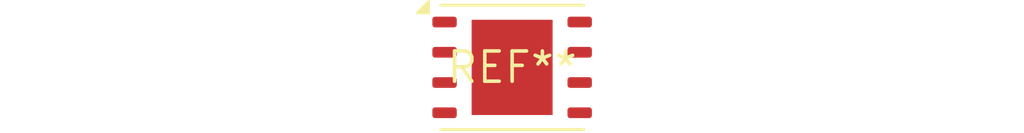
<source format=kicad_pcb>
(kicad_pcb (version 20240108) (generator pcbnew)
  (layers (0 "F.Cu" signal) (31 "B.Cu" signal) (34 "B.Paste" user) (35 "F.Paste" user) (36 "B.SilkS" user "B.Silkscreen") (37 "F.SilkS" user "F.Silkscreen") (38 "B.Mask" user) (39 "F.Mask" user) (44 "Edge.Cuts" user))
  (net 0 "")
  (footprint "WDFN-8-1EP_6x5mm_P1.27mm_EP3.4x4mm" (layer "F.Cu") (at 0 0)
    (property "Reference" "REF**")
    (property "Value" "WDFN-8-1EP_6x5mm_P1.27mm_EP3.4x4mm")
    (fp_line (start -3 -2.61) (end 3 -2.61) (layer "F.SilkS") (stroke (width 0.12)))
    (fp_line (start -3 2.61) (end 3 2.61) (layer "F.SilkS") (stroke (width 0.12)))
    (fp_poly (pts (xy -3.51 -2.29) (xy -3.99 -2.29) (xy -3.51 -2.77) (xy -3.51 -2.29)) (layer "F.SilkS") (stroke (width 0.12)) (fill solid))
    (pad "1" smd roundrect (at -2.8375 -1.905) (size 1.025 0.45) (layers "F.Cu" "F.Paste" "F.Mask"))
    (pad "2" smd roundrect (at -2.8375 -0.635) (size 1.025 0.45) (layers "F.Cu" "F.Paste" "F.Mask"))
    (pad "3" smd roundrect (at -2.8375 0.635) (size 1.025 0.45) (layers "F.Cu" "F.Paste" "F.Mask"))
    (pad "4" smd roundrect (at -2.8375 1.905) (size 1.025 0.45) (layers "F.Cu" "F.Paste" "F.Mask"))
    (pad "5" smd roundrect (at 2.8375 1.905) (size 1.025 0.45) (layers "F.Cu" "F.Paste" "F.Mask"))
    (pad "6" smd roundrect (at 2.8375 0.635) (size 1.025 0.45) (layers "F.Cu" "F.Paste" "F.Mask"))
    (pad "7" smd roundrect (at 2.8375 -0.635) (size 1.025 0.45) (layers "F.Cu" "F.Paste" "F.Mask"))
    (pad "8" smd roundrect (at 2.8375 -1.905) (size 1.025 0.45) (layers "F.Cu" "F.Paste" "F.Mask"))
    (pad "9" smd rect (at 0 0) (size 3.4 4) (property pad_prop_heatsink) (layers "F.Cu" "F.Mask"))
  )
)
</source>
